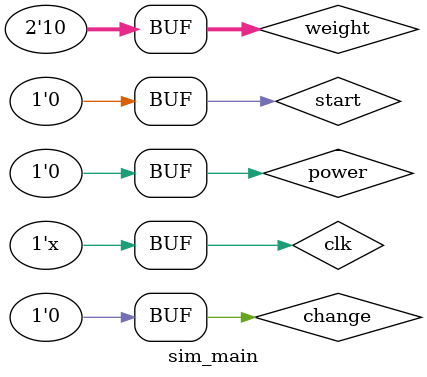
<source format=v>
`timescale 1ns / 1ps


module sim_main(

    );
    reg power,clk,start,change;
    reg[1:0] weight;
    wire[7:0]lights, code, seg_sel;
    wire[1:0] state;
    wire[2:0] mode;
    wire div_clk;
    main m(power,clk,start,change, weight,lights,code,seg_sel,state ,mode,div_clk);
//start with prolonging the interval
    initial
    begin
    //2'b00
    clk=1;
    power=0;
    start=0;
    change=0;
    weight=2;
    change=#3 1;
    change=#10 0;
    
  /*power= #7 1;
    power= #10 0;
    //2'b01
    change=#10 1;
    change=#10 0;
    
    change=#10 1;
    change=#10 0;
    
    start=#10 1;
    start=#11 0;
    //2'b10
    change=#10 1;
    change=#10 0;
   
    start=#10 1;
    start=#11 0;
    //2'b11
    start=#10 1;
    start=#11 0;
    //2'b10
    start=#10 1;
    start=#16 0;
    //2'b11
    change=#10 1;
    change=#11 0;
    //2'b01
    start=#10 1;
    start=#11 0;*/
    //2'b10
    
    end
    always
    # 2 clk=~clk;
    
    
    

endmodule

</source>
